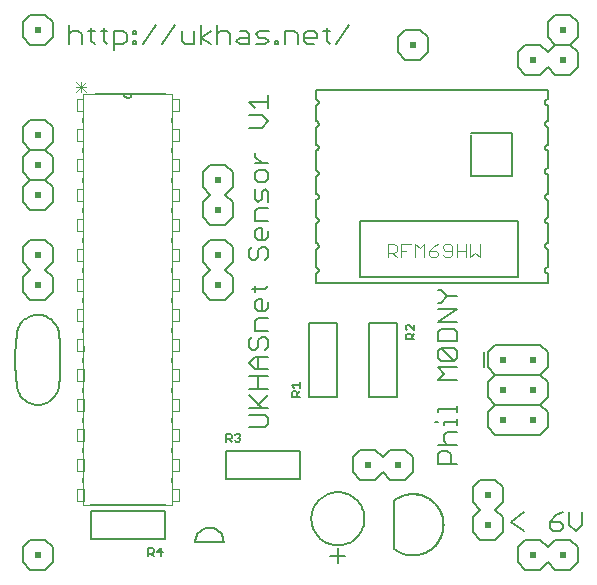
<source format=gto>
G75*
G70*
%OFA0B0*%
%FSLAX24Y24*%
%IPPOS*%
%LPD*%
%AMOC8*
5,1,8,0,0,1.08239X$1,22.5*
%
%ADD10C,0.0060*%
%ADD11C,0.0050*%
%ADD12C,0.0040*%
%ADD13C,0.0080*%
%ADD14R,0.0200X0.0200*%
%ADD15C,0.0030*%
%ADD16C,0.0000*%
D10*
X003420Y003830D02*
X005940Y003830D01*
X006160Y004610D02*
X006160Y004750D01*
X006160Y005610D02*
X006160Y005750D01*
X006160Y006610D02*
X006160Y006750D01*
X006160Y007610D02*
X006160Y007750D01*
X006160Y008610D02*
X006160Y008750D01*
X006160Y009610D02*
X006160Y009750D01*
X006160Y010610D02*
X006160Y010750D01*
X006160Y011610D02*
X006160Y011750D01*
X006160Y012610D02*
X006160Y012750D01*
X006160Y013610D02*
X006160Y013750D01*
X006160Y014610D02*
X006160Y014750D01*
X006160Y015610D02*
X006160Y015750D01*
X006160Y016610D02*
X006160Y016750D01*
X005940Y017530D02*
X004800Y017530D01*
X004560Y017530D01*
X003590Y017530D01*
X003200Y016750D02*
X003200Y016610D01*
X003200Y015750D02*
X003200Y015610D01*
X003200Y014750D02*
X003200Y014610D01*
X003200Y013750D02*
X003200Y013610D01*
X003200Y012750D02*
X003200Y012610D01*
X003200Y011750D02*
X003200Y011610D01*
X003200Y010750D02*
X003200Y010610D01*
X003200Y009750D02*
X003200Y009610D01*
X003200Y008750D02*
X003200Y008610D01*
X003200Y007750D02*
X003200Y007610D01*
X003200Y006750D02*
X003200Y006610D01*
X003200Y005750D02*
X003200Y005610D01*
X003200Y004750D02*
X003200Y004610D01*
X008709Y006430D02*
X009243Y006430D01*
X009350Y006537D01*
X009350Y006751D01*
X009243Y006857D01*
X008709Y006857D01*
X008709Y007075D02*
X009350Y007075D01*
X009136Y007075D02*
X008709Y007502D01*
X008709Y007719D02*
X009350Y007719D01*
X009350Y007502D02*
X009030Y007182D01*
X009030Y007719D02*
X009030Y008146D01*
X009030Y008364D02*
X009030Y008791D01*
X008923Y008791D02*
X009350Y008791D01*
X009243Y009009D02*
X009350Y009115D01*
X009350Y009329D01*
X009243Y009436D01*
X009136Y009436D01*
X009030Y009329D01*
X009030Y009115D01*
X008923Y009009D01*
X008816Y009009D01*
X008709Y009115D01*
X008709Y009329D01*
X008816Y009436D01*
X008923Y009653D02*
X008923Y009973D01*
X009030Y010080D01*
X009350Y010080D01*
X009243Y010298D02*
X009030Y010298D01*
X008923Y010404D01*
X008923Y010618D01*
X009030Y010725D01*
X009136Y010725D01*
X009136Y010298D01*
X009243Y010298D02*
X009350Y010404D01*
X009350Y010618D01*
X009243Y011049D02*
X008816Y011049D01*
X008923Y010942D02*
X008923Y011156D01*
X009243Y011049D02*
X009350Y011156D01*
X009243Y012016D02*
X009350Y012123D01*
X009350Y012337D01*
X009243Y012443D01*
X009136Y012443D01*
X009030Y012337D01*
X009030Y012123D01*
X008923Y012016D01*
X008816Y012016D01*
X008709Y012123D01*
X008709Y012337D01*
X008816Y012443D01*
X009030Y012661D02*
X008923Y012768D01*
X008923Y012981D01*
X009030Y013088D01*
X009136Y013088D01*
X009136Y012661D01*
X009030Y012661D02*
X009243Y012661D01*
X009350Y012768D01*
X009350Y012981D01*
X009350Y013306D02*
X008923Y013306D01*
X008923Y013626D01*
X009030Y013733D01*
X009350Y013733D01*
X009350Y013950D02*
X009350Y014270D01*
X009243Y014377D01*
X009136Y014270D01*
X009136Y014057D01*
X009030Y013950D01*
X008923Y014057D01*
X008923Y014377D01*
X009030Y014595D02*
X008923Y014701D01*
X008923Y014915D01*
X009030Y015022D01*
X009243Y015022D01*
X009350Y014915D01*
X009350Y014701D01*
X009243Y014595D01*
X009030Y014595D01*
X009136Y015239D02*
X008923Y015453D01*
X008923Y015559D01*
X008923Y015239D02*
X009350Y015239D01*
X009136Y016421D02*
X008709Y016421D01*
X008709Y016848D02*
X009136Y016848D01*
X009350Y016634D01*
X009136Y016421D01*
X008923Y017065D02*
X008709Y017279D01*
X009350Y017279D01*
X009350Y017492D02*
X009350Y017065D01*
X009261Y019210D02*
X008941Y019210D01*
X008723Y019210D02*
X008403Y019210D01*
X008296Y019317D01*
X008403Y019424D01*
X008723Y019424D01*
X008723Y019530D02*
X008723Y019210D01*
X008723Y019530D02*
X008616Y019637D01*
X008403Y019637D01*
X008079Y019530D02*
X008079Y019210D01*
X008079Y019530D02*
X007972Y019637D01*
X007758Y019637D01*
X007652Y019530D01*
X007435Y019637D02*
X007114Y019424D01*
X007435Y019210D01*
X007652Y019210D02*
X007652Y019851D01*
X007114Y019851D02*
X007114Y019210D01*
X006897Y019210D02*
X006897Y019637D01*
X006897Y019210D02*
X006577Y019210D01*
X006470Y019317D01*
X006470Y019637D01*
X006252Y019851D02*
X005825Y019210D01*
X005181Y019210D02*
X005608Y019851D01*
X004965Y019637D02*
X004965Y019530D01*
X004858Y019530D01*
X004858Y019637D01*
X004965Y019637D01*
X004965Y019317D02*
X004858Y019317D01*
X004858Y019210D01*
X004965Y019210D01*
X004965Y019317D01*
X004641Y019317D02*
X004534Y019210D01*
X004214Y019210D01*
X004214Y018996D02*
X004214Y019637D01*
X004534Y019637D01*
X004641Y019530D01*
X004641Y019317D01*
X003998Y019210D02*
X003891Y019317D01*
X003891Y019744D01*
X003784Y019637D02*
X003998Y019637D01*
X003568Y019637D02*
X003355Y019637D01*
X003461Y019744D02*
X003461Y019317D01*
X003568Y019210D01*
X003137Y019210D02*
X003137Y019530D01*
X003030Y019637D01*
X002817Y019637D01*
X002710Y019530D01*
X002710Y019210D02*
X002710Y019851D01*
X004560Y017530D02*
X004562Y017509D01*
X004567Y017489D01*
X004576Y017470D01*
X004588Y017453D01*
X004603Y017438D01*
X004620Y017426D01*
X004639Y017417D01*
X004659Y017412D01*
X004680Y017410D01*
X004701Y017412D01*
X004721Y017417D01*
X004740Y017426D01*
X004757Y017438D01*
X004772Y017453D01*
X004784Y017470D01*
X004793Y017489D01*
X004798Y017509D01*
X004800Y017530D01*
X008941Y019530D02*
X009047Y019637D01*
X009368Y019637D01*
X009261Y019424D02*
X009047Y019424D01*
X008941Y019530D01*
X009261Y019424D02*
X009368Y019317D01*
X009261Y019210D01*
X009585Y019210D02*
X009585Y019317D01*
X009692Y019317D01*
X009692Y019210D01*
X009585Y019210D01*
X009907Y019210D02*
X009907Y019637D01*
X010228Y019637D01*
X010335Y019530D01*
X010335Y019210D01*
X010552Y019317D02*
X010552Y019530D01*
X010659Y019637D01*
X010872Y019637D01*
X010979Y019530D01*
X010979Y019424D01*
X010552Y019424D01*
X010552Y019317D02*
X010659Y019210D01*
X010872Y019210D01*
X011303Y019317D02*
X011410Y019210D01*
X011303Y019317D02*
X011303Y019744D01*
X011197Y019637D02*
X011410Y019637D01*
X011626Y019210D02*
X012053Y019851D01*
X015009Y011008D02*
X015116Y011008D01*
X015330Y010795D01*
X015650Y010795D01*
X015330Y010795D02*
X015116Y010581D01*
X015009Y010581D01*
X015009Y010364D02*
X015650Y010364D01*
X015009Y009937D01*
X015650Y009937D01*
X015543Y009719D02*
X015116Y009719D01*
X015009Y009612D01*
X015009Y009292D01*
X015650Y009292D01*
X015650Y009612D01*
X015543Y009719D01*
X015543Y009075D02*
X015116Y009075D01*
X015543Y008648D01*
X015650Y008754D01*
X015650Y008968D01*
X015543Y009075D01*
X015116Y009075D02*
X015009Y008968D01*
X015009Y008754D01*
X015116Y008648D01*
X015543Y008648D01*
X015650Y008430D02*
X015009Y008430D01*
X015223Y008217D01*
X015009Y008003D01*
X015650Y008003D01*
X015650Y007142D02*
X015650Y006929D01*
X015650Y007036D02*
X015009Y007036D01*
X015009Y006929D01*
X015009Y006606D02*
X014903Y006606D01*
X015223Y006606D02*
X015650Y006606D01*
X015650Y006499D02*
X015650Y006713D01*
X015650Y006282D02*
X015330Y006282D01*
X015223Y006175D01*
X015223Y005961D01*
X015330Y005855D01*
X015330Y005637D02*
X015116Y005637D01*
X015009Y005530D01*
X015009Y005210D01*
X015650Y005210D01*
X015436Y005210D02*
X015436Y005530D01*
X015330Y005637D01*
X015650Y005855D02*
X015009Y005855D01*
X015223Y006499D02*
X015223Y006606D01*
X013560Y003990D02*
X013560Y002370D01*
X013560Y003090D02*
X013560Y003250D01*
X013740Y004110D02*
X013798Y004136D01*
X013857Y004157D01*
X013918Y004175D01*
X013979Y004189D01*
X014042Y004199D01*
X014104Y004205D01*
X014168Y004208D01*
X014231Y004207D01*
X014294Y004201D01*
X014356Y004192D01*
X014418Y004179D01*
X014479Y004162D01*
X014539Y004142D01*
X014597Y004118D01*
X014654Y004090D01*
X014709Y004059D01*
X014761Y004024D01*
X014812Y003986D01*
X014860Y003946D01*
X014906Y003902D01*
X014949Y003856D01*
X014989Y003807D01*
X015026Y003755D01*
X015059Y003702D01*
X015090Y003647D01*
X015116Y003589D01*
X015140Y003531D01*
X015159Y003471D01*
X015175Y003409D01*
X015187Y003347D01*
X015195Y003285D01*
X015199Y003222D01*
X015200Y003159D01*
X015196Y003096D01*
X015189Y003033D01*
X015178Y002971D01*
X015162Y002909D01*
X015144Y002849D01*
X015121Y002790D01*
X015095Y002732D01*
X015065Y002677D01*
X015033Y002623D01*
X014996Y002571D01*
X014957Y002522D01*
X014915Y002475D01*
X014870Y002431D01*
X014822Y002389D01*
X014772Y002351D01*
X014719Y002316D01*
X014664Y002284D01*
X014608Y002256D01*
X014550Y002231D01*
X014491Y002210D01*
X014430Y002192D01*
X014368Y002178D01*
X014306Y002168D01*
X014243Y002162D01*
X014180Y002160D01*
X013560Y002370D02*
X013612Y002333D01*
X013665Y002300D01*
X013720Y002269D01*
X013778Y002243D01*
X013836Y002219D01*
X013896Y002200D01*
X013957Y002184D01*
X014019Y002172D01*
X014082Y002164D01*
X014145Y002160D01*
X014208Y002159D01*
X014271Y002163D01*
X014334Y002170D01*
X014396Y002182D01*
X014457Y002197D01*
X014517Y002216D01*
X014576Y002238D01*
X014634Y002264D01*
X014689Y002294D01*
X014743Y002327D01*
X014795Y002363D01*
X014844Y002403D01*
X014891Y002445D01*
X014935Y002490D01*
X014976Y002538D01*
X015014Y002588D01*
X015049Y002641D01*
X015081Y002695D01*
X015109Y002752D01*
X015134Y002810D01*
X015155Y002869D01*
X015172Y002930D01*
X015185Y002992D01*
X015195Y003054D01*
X015201Y003117D01*
X015203Y003180D01*
X015201Y003243D01*
X015195Y003306D01*
X015185Y003368D01*
X015172Y003430D01*
X015155Y003491D01*
X015134Y003550D01*
X015109Y003608D01*
X015081Y003665D01*
X015049Y003719D01*
X015014Y003772D01*
X014976Y003822D01*
X014935Y003870D01*
X014891Y003915D01*
X014844Y003957D01*
X014795Y003997D01*
X014743Y004033D01*
X014689Y004066D01*
X014634Y004096D01*
X014576Y004122D01*
X014517Y004144D01*
X014457Y004163D01*
X014396Y004178D01*
X014334Y004190D01*
X014271Y004197D01*
X014208Y004201D01*
X014145Y004200D01*
X014082Y004196D01*
X014019Y004188D01*
X013957Y004176D01*
X013896Y004160D01*
X013836Y004141D01*
X013778Y004117D01*
X013720Y004091D01*
X013665Y004060D01*
X013612Y004027D01*
X013560Y003990D01*
X013730Y002260D02*
X013784Y002237D01*
X013838Y002217D01*
X013894Y002200D01*
X013950Y002185D01*
X014007Y002174D01*
X014065Y002166D01*
X014122Y002162D01*
X014180Y002160D01*
X011930Y002150D02*
X011430Y002150D01*
X011930Y002150D01*
X011680Y001900D02*
X011680Y002400D01*
X011680Y001900D01*
X011680Y002500D02*
X011622Y002502D01*
X011564Y002508D01*
X011507Y002517D01*
X011451Y002530D01*
X011396Y002547D01*
X011341Y002567D01*
X011289Y002591D01*
X011237Y002619D01*
X011188Y002649D01*
X011141Y002683D01*
X011096Y002720D01*
X011054Y002759D01*
X011015Y002801D01*
X010978Y002846D01*
X010944Y002893D01*
X010914Y002943D01*
X010886Y002994D01*
X010862Y003046D01*
X010842Y003101D01*
X010825Y003156D01*
X010812Y003212D01*
X010803Y003269D01*
X010797Y003327D01*
X010795Y003385D01*
X010797Y003443D01*
X010803Y003501D01*
X010812Y003558D01*
X010825Y003614D01*
X010842Y003669D01*
X010862Y003724D01*
X010886Y003776D01*
X010914Y003828D01*
X010944Y003877D01*
X010978Y003924D01*
X011015Y003969D01*
X011054Y004011D01*
X011096Y004050D01*
X011141Y004087D01*
X011188Y004121D01*
X011238Y004151D01*
X011289Y004179D01*
X011341Y004203D01*
X011396Y004223D01*
X011451Y004240D01*
X011507Y004253D01*
X011564Y004262D01*
X011622Y004268D01*
X011680Y004270D01*
X011738Y004268D01*
X011796Y004262D01*
X011853Y004253D01*
X011909Y004240D01*
X011964Y004223D01*
X012019Y004203D01*
X012071Y004179D01*
X012122Y004151D01*
X012172Y004121D01*
X012219Y004087D01*
X012264Y004050D01*
X012306Y004011D01*
X012345Y003969D01*
X012382Y003924D01*
X012416Y003877D01*
X012446Y003828D01*
X012474Y003776D01*
X012498Y003724D01*
X012518Y003669D01*
X012535Y003614D01*
X012548Y003558D01*
X012557Y003501D01*
X012563Y003443D01*
X012565Y003385D01*
X012563Y003327D01*
X012557Y003269D01*
X012548Y003212D01*
X012535Y003156D01*
X012518Y003101D01*
X012498Y003046D01*
X012474Y002994D01*
X012446Y002943D01*
X012416Y002893D01*
X012382Y002846D01*
X012345Y002801D01*
X012306Y002759D01*
X012264Y002720D01*
X012219Y002683D01*
X012172Y002649D01*
X012123Y002619D01*
X012071Y002591D01*
X012019Y002567D01*
X011964Y002547D01*
X011909Y002530D01*
X011853Y002517D01*
X011796Y002508D01*
X011738Y002502D01*
X011680Y002500D01*
X011622Y002502D01*
X011564Y002508D01*
X011507Y002517D01*
X011451Y002530D01*
X011396Y002547D01*
X011341Y002567D01*
X011289Y002591D01*
X011237Y002619D01*
X011188Y002649D01*
X011141Y002683D01*
X011096Y002720D01*
X011054Y002759D01*
X011015Y002801D01*
X010978Y002846D01*
X010944Y002893D01*
X010914Y002943D01*
X010886Y002994D01*
X010862Y003046D01*
X010842Y003101D01*
X010825Y003156D01*
X010812Y003212D01*
X010803Y003269D01*
X010797Y003327D01*
X010795Y003385D01*
X010797Y003443D01*
X010803Y003501D01*
X010812Y003558D01*
X010825Y003614D01*
X010842Y003669D01*
X010862Y003724D01*
X010886Y003776D01*
X010914Y003828D01*
X010944Y003877D01*
X010978Y003924D01*
X011015Y003969D01*
X011054Y004011D01*
X011096Y004050D01*
X011141Y004087D01*
X011188Y004121D01*
X011238Y004151D01*
X011289Y004179D01*
X011341Y004203D01*
X011396Y004223D01*
X011451Y004240D01*
X011507Y004253D01*
X011564Y004262D01*
X011622Y004268D01*
X011680Y004270D01*
X011738Y004268D01*
X011796Y004262D01*
X011853Y004253D01*
X011909Y004240D01*
X011964Y004223D01*
X012019Y004203D01*
X012071Y004179D01*
X012122Y004151D01*
X012172Y004121D01*
X012219Y004087D01*
X012264Y004050D01*
X012306Y004011D01*
X012345Y003969D01*
X012382Y003924D01*
X012416Y003877D01*
X012446Y003828D01*
X012474Y003776D01*
X012498Y003724D01*
X012518Y003669D01*
X012535Y003614D01*
X012548Y003558D01*
X012557Y003501D01*
X012563Y003443D01*
X012565Y003385D01*
X012563Y003327D01*
X012557Y003269D01*
X012548Y003212D01*
X012535Y003156D01*
X012518Y003101D01*
X012498Y003046D01*
X012474Y002994D01*
X012446Y002943D01*
X012416Y002893D01*
X012382Y002846D01*
X012345Y002801D01*
X012306Y002759D01*
X012264Y002720D01*
X012219Y002683D01*
X012172Y002649D01*
X012123Y002619D01*
X012071Y002591D01*
X012019Y002567D01*
X011964Y002547D01*
X011909Y002530D01*
X011853Y002517D01*
X011796Y002508D01*
X011738Y002502D01*
X011680Y002500D01*
X017460Y003280D02*
X017887Y002960D01*
X017460Y003280D02*
X017887Y003601D01*
X018749Y003280D02*
X018749Y003067D01*
X018856Y002960D01*
X019069Y002960D01*
X019176Y003067D01*
X019176Y003174D01*
X019069Y003280D01*
X018749Y003280D01*
X018963Y003494D01*
X019176Y003601D01*
X019394Y003601D02*
X019394Y003174D01*
X019607Y002960D01*
X019821Y003174D01*
X019821Y003601D01*
X009350Y008146D02*
X008709Y008146D01*
X008923Y008364D02*
X008709Y008578D01*
X008923Y008791D01*
X008923Y008364D02*
X009350Y008364D01*
X009350Y009653D02*
X008923Y009653D01*
D11*
X010405Y007930D02*
X010405Y007750D01*
X010405Y007840D02*
X010135Y007840D01*
X010225Y007750D01*
X010180Y007635D02*
X010270Y007635D01*
X010315Y007590D01*
X010315Y007455D01*
X010405Y007455D02*
X010135Y007455D01*
X010135Y007590D01*
X010180Y007635D01*
X010315Y007545D02*
X010405Y007635D01*
X008430Y006180D02*
X008430Y006135D01*
X008385Y006090D01*
X008430Y006045D01*
X008430Y006000D01*
X008385Y005955D01*
X008295Y005955D01*
X008250Y006000D01*
X008135Y005955D02*
X008045Y006045D01*
X008090Y006045D02*
X007955Y006045D01*
X007955Y005955D02*
X007955Y006225D01*
X008090Y006225D01*
X008135Y006180D01*
X008135Y006090D01*
X008090Y006045D01*
X008250Y006180D02*
X008295Y006225D01*
X008385Y006225D01*
X008430Y006180D01*
X008385Y006090D02*
X008340Y006090D01*
X007868Y002618D02*
X006930Y002618D01*
X006932Y002660D01*
X006938Y002702D01*
X006947Y002743D01*
X006960Y002783D01*
X006976Y002821D01*
X006996Y002859D01*
X007020Y002894D01*
X007046Y002927D01*
X007075Y002957D01*
X007107Y002985D01*
X007141Y003009D01*
X007177Y003031D01*
X007215Y003049D01*
X007254Y003064D01*
X007295Y003075D01*
X007336Y003083D01*
X007378Y003087D01*
X007420Y003087D01*
X007462Y003083D01*
X007503Y003075D01*
X007544Y003064D01*
X007583Y003049D01*
X007621Y003031D01*
X007657Y003009D01*
X007691Y002985D01*
X007723Y002957D01*
X007752Y002927D01*
X007778Y002894D01*
X007802Y002859D01*
X007822Y002821D01*
X007838Y002783D01*
X007851Y002743D01*
X007860Y002702D01*
X007866Y002660D01*
X007868Y002618D01*
X005841Y002270D02*
X005660Y002270D01*
X005795Y002405D01*
X005795Y002135D01*
X005546Y002135D02*
X005456Y002225D01*
X005501Y002225D02*
X005366Y002225D01*
X005366Y002135D02*
X005366Y002405D01*
X005501Y002405D01*
X005546Y002360D01*
X005546Y002270D01*
X005501Y002225D01*
X013955Y009366D02*
X013955Y009501D01*
X014000Y009546D01*
X014090Y009546D01*
X014135Y009501D01*
X014135Y009366D01*
X014135Y009456D02*
X014225Y009546D01*
X014225Y009660D02*
X014045Y009841D01*
X014000Y009841D01*
X013955Y009795D01*
X013955Y009705D01*
X014000Y009660D01*
X014225Y009660D02*
X014225Y009841D01*
X014225Y009366D02*
X013955Y009366D01*
X012430Y011430D02*
X017680Y011430D01*
X017680Y013305D01*
X012430Y013305D01*
X012430Y011430D01*
X010943Y011570D02*
X010943Y011256D01*
X018680Y011256D01*
X018680Y011570D01*
X018662Y011572D01*
X018645Y011577D01*
X018628Y011585D01*
X018614Y011596D01*
X018602Y011609D01*
X018592Y011624D01*
X018586Y011641D01*
X018582Y011659D01*
X018582Y011677D01*
X018586Y011695D01*
X018592Y011712D01*
X018602Y011727D01*
X018614Y011740D01*
X018628Y011751D01*
X018645Y011759D01*
X018662Y011764D01*
X018680Y011766D01*
X018680Y011767D02*
X018680Y012382D01*
X018680Y012383D02*
X018662Y012385D01*
X018645Y012390D01*
X018628Y012398D01*
X018614Y012409D01*
X018602Y012422D01*
X018592Y012437D01*
X018586Y012454D01*
X018582Y012472D01*
X018582Y012490D01*
X018586Y012508D01*
X018592Y012525D01*
X018602Y012540D01*
X018614Y012553D01*
X018628Y012564D01*
X018645Y012572D01*
X018662Y012577D01*
X018680Y012579D01*
X018680Y013232D01*
X018680Y013233D02*
X018662Y013235D01*
X018645Y013240D01*
X018628Y013248D01*
X018614Y013259D01*
X018602Y013272D01*
X018592Y013287D01*
X018586Y013304D01*
X018582Y013322D01*
X018582Y013340D01*
X018586Y013358D01*
X018592Y013375D01*
X018602Y013390D01*
X018614Y013403D01*
X018628Y013414D01*
X018645Y013422D01*
X018662Y013427D01*
X018680Y013429D01*
X018680Y014020D01*
X018662Y014022D01*
X018645Y014027D01*
X018628Y014035D01*
X018614Y014046D01*
X018602Y014059D01*
X018592Y014074D01*
X018586Y014091D01*
X018582Y014109D01*
X018582Y014127D01*
X018586Y014145D01*
X018592Y014162D01*
X018602Y014177D01*
X018614Y014190D01*
X018628Y014201D01*
X018645Y014209D01*
X018662Y014214D01*
X018680Y014216D01*
X018680Y014869D01*
X018680Y014870D02*
X018662Y014872D01*
X018645Y014877D01*
X018628Y014885D01*
X018614Y014896D01*
X018602Y014909D01*
X018592Y014924D01*
X018586Y014941D01*
X018582Y014959D01*
X018582Y014977D01*
X018586Y014995D01*
X018592Y015012D01*
X018602Y015027D01*
X018614Y015040D01*
X018628Y015051D01*
X018645Y015059D01*
X018662Y015064D01*
X018680Y015066D01*
X018680Y015657D01*
X018662Y015659D01*
X018645Y015664D01*
X018628Y015672D01*
X018614Y015683D01*
X018602Y015696D01*
X018592Y015711D01*
X018586Y015728D01*
X018582Y015746D01*
X018582Y015764D01*
X018586Y015782D01*
X018592Y015799D01*
X018602Y015814D01*
X018614Y015827D01*
X018628Y015838D01*
X018645Y015846D01*
X018662Y015851D01*
X018680Y015853D01*
X018680Y015854D02*
X018680Y016444D01*
X018680Y016445D02*
X018662Y016447D01*
X018645Y016452D01*
X018628Y016460D01*
X018614Y016471D01*
X018602Y016484D01*
X018592Y016499D01*
X018586Y016516D01*
X018582Y016534D01*
X018582Y016552D01*
X018586Y016570D01*
X018592Y016587D01*
X018602Y016602D01*
X018614Y016615D01*
X018628Y016626D01*
X018645Y016634D01*
X018662Y016639D01*
X018680Y016641D01*
X018680Y017169D01*
X018680Y017170D02*
X018662Y017172D01*
X018645Y017177D01*
X018628Y017185D01*
X018614Y017196D01*
X018602Y017209D01*
X018592Y017224D01*
X018586Y017241D01*
X018582Y017259D01*
X018582Y017277D01*
X018586Y017295D01*
X018592Y017312D01*
X018602Y017327D01*
X018614Y017340D01*
X018628Y017351D01*
X018645Y017359D01*
X018662Y017364D01*
X018680Y017366D01*
X018680Y017680D01*
X010943Y017680D01*
X010943Y017366D01*
X010961Y017364D01*
X010978Y017359D01*
X010995Y017351D01*
X011009Y017340D01*
X011021Y017327D01*
X011031Y017312D01*
X011037Y017295D01*
X011041Y017277D01*
X011041Y017259D01*
X011037Y017241D01*
X011031Y017224D01*
X011021Y017209D01*
X011009Y017196D01*
X010995Y017185D01*
X010978Y017177D01*
X010961Y017172D01*
X010943Y017170D01*
X010943Y017169D02*
X010943Y016641D01*
X010961Y016639D01*
X010978Y016634D01*
X010995Y016626D01*
X011009Y016615D01*
X011021Y016602D01*
X011031Y016587D01*
X011037Y016570D01*
X011041Y016552D01*
X011041Y016534D01*
X011037Y016516D01*
X011031Y016499D01*
X011021Y016484D01*
X011009Y016471D01*
X010995Y016460D01*
X010978Y016452D01*
X010961Y016447D01*
X010943Y016445D01*
X010943Y016444D02*
X010943Y015854D01*
X010943Y015853D02*
X010961Y015851D01*
X010978Y015846D01*
X010995Y015838D01*
X011009Y015827D01*
X011021Y015814D01*
X011031Y015799D01*
X011037Y015782D01*
X011041Y015764D01*
X011041Y015746D01*
X011037Y015728D01*
X011031Y015711D01*
X011021Y015696D01*
X011009Y015683D01*
X010995Y015672D01*
X010978Y015664D01*
X010961Y015659D01*
X010943Y015657D01*
X010943Y015004D01*
X010943Y015003D02*
X010961Y015001D01*
X010978Y014996D01*
X010995Y014988D01*
X011009Y014977D01*
X011021Y014964D01*
X011031Y014949D01*
X011037Y014932D01*
X011041Y014914D01*
X011041Y014896D01*
X011037Y014878D01*
X011031Y014861D01*
X011021Y014846D01*
X011009Y014833D01*
X010995Y014822D01*
X010978Y014814D01*
X010961Y014809D01*
X010943Y014807D01*
X010943Y014216D01*
X010961Y014214D01*
X010978Y014209D01*
X010995Y014201D01*
X011009Y014190D01*
X011021Y014177D01*
X011031Y014162D01*
X011037Y014145D01*
X011041Y014127D01*
X011041Y014109D01*
X011037Y014091D01*
X011031Y014074D01*
X011021Y014059D01*
X011009Y014046D01*
X010995Y014035D01*
X010978Y014027D01*
X010961Y014022D01*
X010943Y014020D01*
X010943Y013429D01*
X010961Y013427D01*
X010978Y013422D01*
X010995Y013414D01*
X011009Y013403D01*
X011021Y013390D01*
X011031Y013375D01*
X011037Y013358D01*
X011041Y013340D01*
X011041Y013322D01*
X011037Y013304D01*
X011031Y013287D01*
X011021Y013272D01*
X011009Y013259D01*
X010995Y013248D01*
X010978Y013240D01*
X010961Y013235D01*
X010943Y013233D01*
X010943Y013232D02*
X010943Y012579D01*
X010961Y012577D01*
X010978Y012572D01*
X010995Y012564D01*
X011009Y012553D01*
X011021Y012540D01*
X011031Y012525D01*
X011037Y012508D01*
X011041Y012490D01*
X011041Y012472D01*
X011037Y012454D01*
X011031Y012437D01*
X011021Y012422D01*
X011009Y012409D01*
X010995Y012398D01*
X010978Y012390D01*
X010961Y012385D01*
X010943Y012383D01*
X010943Y012382D02*
X010943Y011767D01*
X010943Y011766D02*
X010961Y011764D01*
X010978Y011759D01*
X010995Y011751D01*
X011009Y011740D01*
X011021Y011727D01*
X011031Y011712D01*
X011037Y011695D01*
X011041Y011677D01*
X011041Y011659D01*
X011037Y011641D01*
X011031Y011624D01*
X011021Y011609D01*
X011009Y011596D01*
X010995Y011585D01*
X010978Y011577D01*
X010961Y011572D01*
X010943Y011570D01*
X016118Y014805D02*
X017493Y014805D01*
X017493Y016243D01*
X016118Y016243D01*
X016118Y016180D02*
X016118Y014805D01*
D12*
X016098Y012555D02*
X016098Y012094D01*
X016251Y012248D01*
X016405Y012094D01*
X016405Y012555D01*
X015944Y012555D02*
X015944Y012094D01*
X015944Y012324D02*
X015637Y012324D01*
X015484Y012324D02*
X015254Y012324D01*
X015177Y012401D01*
X015177Y012478D01*
X015254Y012555D01*
X015407Y012555D01*
X015484Y012478D01*
X015484Y012171D01*
X015407Y012094D01*
X015254Y012094D01*
X015177Y012171D01*
X015024Y012171D02*
X015024Y012248D01*
X014947Y012324D01*
X014717Y012324D01*
X014717Y012171D01*
X014793Y012094D01*
X014947Y012094D01*
X015024Y012171D01*
X014870Y012478D02*
X014717Y012324D01*
X014870Y012478D02*
X015024Y012555D01*
X014563Y012555D02*
X014563Y012094D01*
X014256Y012094D02*
X014256Y012555D01*
X014410Y012401D01*
X014563Y012555D01*
X014103Y012555D02*
X013796Y012555D01*
X013796Y012094D01*
X013642Y012094D02*
X013489Y012248D01*
X013566Y012248D02*
X013336Y012248D01*
X013336Y012094D02*
X013336Y012555D01*
X013566Y012555D01*
X013642Y012478D01*
X013642Y012324D01*
X013566Y012248D01*
X013796Y012324D02*
X013949Y012324D01*
X015637Y012094D02*
X015637Y012555D01*
D13*
X001930Y001680D02*
X001430Y001680D01*
X001180Y001930D01*
X001180Y002430D01*
X001430Y002680D01*
X001930Y002680D01*
X002180Y002430D01*
X002180Y001930D01*
X001930Y001680D01*
X003440Y002708D02*
X003440Y003652D01*
X005920Y003652D01*
X005920Y002708D01*
X003440Y002708D01*
X007940Y004708D02*
X010420Y004708D01*
X010420Y005652D01*
X007940Y005652D01*
X007940Y004708D01*
X010708Y007440D02*
X010708Y009920D01*
X011652Y009920D01*
X011652Y007440D01*
X010708Y007440D01*
X000980Y007780D02*
X000948Y008139D01*
X000932Y008500D01*
X000932Y008860D01*
X000948Y009221D01*
X000980Y009580D01*
X000990Y009632D01*
X001004Y009683D01*
X001022Y009733D01*
X001043Y009781D01*
X001068Y009828D01*
X001096Y009872D01*
X001128Y009915D01*
X001162Y009955D01*
X001200Y009992D01*
X001240Y010026D01*
X001282Y010058D01*
X001327Y010086D01*
X001374Y010110D01*
X001422Y010131D01*
X001472Y010149D01*
X001523Y010162D01*
X001575Y010172D01*
X001627Y010178D01*
X001680Y010180D01*
X001733Y010178D01*
X001785Y010172D01*
X001837Y010162D01*
X001888Y010149D01*
X001938Y010131D01*
X001986Y010110D01*
X002033Y010086D01*
X002078Y010058D01*
X002120Y010026D01*
X002160Y009992D01*
X002198Y009955D01*
X002232Y009915D01*
X002264Y009872D01*
X002292Y009828D01*
X002317Y009781D01*
X002338Y009733D01*
X002356Y009683D01*
X002370Y009632D01*
X002380Y009580D01*
X001930Y010680D02*
X001430Y010680D01*
X001180Y010930D01*
X001180Y011430D01*
X001430Y011680D01*
X001180Y011930D01*
X001180Y012430D01*
X001430Y012680D01*
X001930Y012680D01*
X002180Y012430D01*
X002180Y011930D01*
X001930Y011680D01*
X002180Y011430D01*
X002180Y010930D01*
X001930Y010680D01*
X002380Y009580D02*
X002412Y009221D01*
X002428Y008860D01*
X002428Y008500D01*
X002412Y008139D01*
X002380Y007780D01*
X002370Y007728D01*
X002356Y007677D01*
X002338Y007627D01*
X002317Y007579D01*
X002292Y007532D01*
X002264Y007488D01*
X002232Y007445D01*
X002198Y007405D01*
X002160Y007368D01*
X002120Y007334D01*
X002078Y007302D01*
X002033Y007274D01*
X001986Y007250D01*
X001938Y007229D01*
X001888Y007211D01*
X001837Y007198D01*
X001785Y007188D01*
X001733Y007182D01*
X001680Y007180D01*
X001627Y007182D01*
X001575Y007188D01*
X001523Y007198D01*
X001472Y007211D01*
X001422Y007229D01*
X001374Y007250D01*
X001327Y007274D01*
X001282Y007302D01*
X001240Y007334D01*
X001200Y007368D01*
X001162Y007405D01*
X001128Y007445D01*
X001096Y007488D01*
X001068Y007532D01*
X001043Y007579D01*
X001022Y007627D01*
X001004Y007677D01*
X000990Y007728D01*
X000980Y007780D01*
X001430Y013680D02*
X001930Y013680D01*
X002180Y013930D01*
X002180Y014430D01*
X001930Y014680D01*
X002180Y014930D01*
X002180Y015430D01*
X001930Y015680D01*
X002180Y015930D01*
X002180Y016430D01*
X001930Y016680D01*
X001430Y016680D01*
X001180Y016430D01*
X001180Y015930D01*
X001430Y015680D01*
X001930Y015680D01*
X001430Y015680D01*
X001180Y015430D01*
X001180Y014930D01*
X001430Y014680D01*
X001930Y014680D01*
X001430Y014680D01*
X001180Y014430D01*
X001180Y013930D01*
X001430Y013680D01*
X001430Y019180D02*
X001930Y019180D01*
X002180Y019430D01*
X002180Y019930D01*
X001930Y020180D01*
X001430Y020180D01*
X001180Y019930D01*
X001180Y019430D01*
X001430Y019180D01*
X007180Y014930D02*
X007180Y014430D01*
X007430Y014180D01*
X007180Y013930D01*
X007180Y013430D01*
X007430Y013180D01*
X007930Y013180D01*
X008180Y013430D01*
X008180Y013930D01*
X007930Y014180D01*
X008180Y014430D01*
X008180Y014930D01*
X007930Y015180D01*
X007430Y015180D01*
X007180Y014930D01*
X007430Y012680D02*
X007180Y012430D01*
X007180Y011930D01*
X007430Y011680D01*
X007180Y011430D01*
X007180Y010930D01*
X007430Y010680D01*
X007930Y010680D01*
X008180Y010930D01*
X008180Y011430D01*
X007930Y011680D01*
X008180Y011930D01*
X008180Y012430D01*
X007930Y012680D01*
X007430Y012680D01*
X012708Y009920D02*
X012708Y007440D01*
X013652Y007440D01*
X013652Y009920D01*
X012708Y009920D01*
X016548Y008930D02*
X016548Y008430D01*
X016680Y008430D02*
X016680Y008930D01*
X016930Y009180D01*
X018430Y009180D01*
X018680Y008930D01*
X018680Y008430D01*
X018430Y008180D01*
X016930Y008180D01*
X016680Y007930D01*
X016680Y007430D01*
X016930Y007180D01*
X018430Y007180D01*
X018680Y006930D01*
X018680Y006430D01*
X018430Y006180D01*
X016930Y006180D01*
X016680Y006430D01*
X016680Y006930D01*
X016930Y007180D01*
X016930Y008180D02*
X016680Y008430D01*
X018430Y008180D02*
X018680Y007930D01*
X018680Y007430D01*
X018430Y007180D01*
X016930Y004680D02*
X016430Y004680D01*
X016180Y004430D01*
X016180Y003930D01*
X016430Y003680D01*
X016180Y003430D01*
X016180Y002930D01*
X016430Y002680D01*
X016930Y002680D01*
X017180Y002930D01*
X017180Y003430D01*
X016930Y003680D01*
X017180Y003930D01*
X017180Y004430D01*
X016930Y004680D01*
X017930Y002680D02*
X018430Y002680D01*
X018680Y002430D01*
X018930Y002680D01*
X019430Y002680D01*
X019680Y002430D01*
X019680Y001930D01*
X019430Y001680D01*
X018930Y001680D01*
X018680Y001930D01*
X018430Y001680D01*
X017930Y001680D01*
X017680Y001930D01*
X017680Y002430D01*
X017930Y002680D01*
X014180Y004930D02*
X013930Y004680D01*
X013430Y004680D01*
X013180Y004930D01*
X012930Y004680D01*
X012430Y004680D01*
X012180Y004930D01*
X012180Y005430D01*
X012430Y005680D01*
X012930Y005680D01*
X013180Y005430D01*
X013430Y005680D01*
X013930Y005680D01*
X014180Y005430D01*
X014180Y004930D01*
X017930Y018180D02*
X017680Y018430D01*
X017680Y018930D01*
X017930Y019180D01*
X018430Y019180D01*
X018680Y018930D01*
X018930Y019180D01*
X019430Y019180D01*
X019680Y018930D01*
X019680Y018430D01*
X019430Y018180D01*
X018930Y018180D01*
X018680Y018430D01*
X018430Y018180D01*
X017930Y018180D01*
X018930Y019180D02*
X018680Y019430D01*
X018680Y019930D01*
X018930Y020180D01*
X019430Y020180D01*
X019680Y019930D01*
X019680Y019430D01*
X019430Y019180D01*
X018930Y019180D01*
X014680Y018930D02*
X014680Y019430D01*
X014430Y019680D01*
X013930Y019680D01*
X013680Y019430D01*
X013680Y018930D01*
X013930Y018680D01*
X014430Y018680D01*
X014680Y018930D01*
D14*
X014180Y019180D03*
X018180Y018680D03*
X019180Y018680D03*
X019180Y019680D03*
X018180Y008680D03*
X018180Y007680D03*
X018180Y006680D03*
X017180Y006680D03*
X017180Y007680D03*
X017180Y008680D03*
X013680Y005180D03*
X012680Y005180D03*
X016680Y004180D03*
X016680Y003180D03*
X018180Y002180D03*
X019180Y002180D03*
X007680Y011180D03*
X007680Y012180D03*
X007680Y013680D03*
X007680Y014680D03*
X001680Y014180D03*
X001680Y015180D03*
X001680Y016180D03*
X001680Y019680D03*
X001680Y012180D03*
X001680Y011180D03*
X001680Y002180D03*
D15*
X002965Y017613D02*
X003279Y017927D01*
X002965Y017613D01*
X003122Y017613D02*
X003122Y017927D01*
X003122Y017613D01*
X003279Y017613D02*
X002965Y017927D01*
X003279Y017613D01*
X003279Y017770D02*
X002965Y017770D01*
X003279Y017770D01*
D16*
X003200Y017530D02*
X003200Y003830D01*
X006160Y003830D01*
X006160Y017530D01*
X004800Y017530D01*
X004560Y017530D01*
X003200Y017530D01*
X003200Y017380D02*
X002980Y017380D01*
X002980Y016980D01*
X003200Y016980D01*
X003200Y017380D01*
X003200Y016380D02*
X002980Y016380D01*
X002980Y015980D01*
X003200Y015980D01*
X003200Y016380D01*
X003200Y015380D02*
X002980Y015380D01*
X002980Y014980D01*
X003200Y014980D01*
X003200Y015380D01*
X003200Y014380D02*
X002980Y014380D01*
X002980Y013980D01*
X003200Y013980D01*
X003200Y014380D01*
X003200Y013380D02*
X002980Y013380D01*
X002980Y012980D01*
X003200Y012980D01*
X003200Y013380D01*
X003200Y012380D02*
X002980Y012380D01*
X002980Y011980D01*
X003200Y011980D01*
X003200Y012380D01*
X003200Y011380D02*
X002980Y011380D01*
X002980Y010980D01*
X003200Y010980D01*
X003200Y011380D01*
X003200Y010380D02*
X002980Y010380D01*
X002980Y009980D01*
X003200Y009980D01*
X003200Y010380D01*
X003200Y009380D02*
X002980Y009380D01*
X002990Y008980D01*
X003210Y008980D01*
X003200Y009380D01*
X003210Y008380D02*
X002990Y008380D01*
X002990Y007980D01*
X003210Y007980D01*
X003210Y008380D01*
X003210Y007380D02*
X002990Y007380D01*
X002990Y006980D01*
X003210Y006980D01*
X003210Y007380D01*
X003210Y006380D02*
X002990Y006380D01*
X002990Y005980D01*
X003210Y005980D01*
X003210Y006380D01*
X003210Y005380D02*
X002990Y005380D01*
X002990Y004980D01*
X003210Y004980D01*
X003210Y005380D01*
X003210Y004380D02*
X002990Y004370D01*
X002990Y003980D01*
X003210Y003980D01*
X003210Y004380D01*
X006150Y004380D02*
X006160Y003980D01*
X006380Y003980D01*
X006370Y004380D01*
X006150Y004380D01*
X006160Y004980D02*
X006380Y004980D01*
X006370Y005380D01*
X006150Y005380D01*
X006160Y004980D01*
X006150Y005980D02*
X006370Y005980D01*
X006370Y006380D01*
X006150Y006380D01*
X006150Y005980D01*
X006150Y006980D02*
X006370Y006980D01*
X006370Y007380D01*
X006150Y007380D01*
X006150Y006980D01*
X006150Y007980D02*
X006370Y007980D01*
X006370Y008380D01*
X006150Y008380D01*
X006150Y007980D01*
X006150Y008980D02*
X006370Y008980D01*
X006370Y009380D01*
X006150Y009380D01*
X006150Y008980D01*
X006150Y009980D02*
X006370Y009980D01*
X006370Y010380D01*
X006150Y010380D01*
X006150Y009980D01*
X006150Y010980D02*
X006370Y010980D01*
X006370Y011380D01*
X006150Y011380D01*
X006150Y010980D01*
X006150Y011980D02*
X006370Y011980D01*
X006370Y012380D01*
X006150Y012380D01*
X006150Y011980D01*
X006150Y012980D02*
X006370Y012980D01*
X006370Y013380D01*
X006150Y013380D01*
X006150Y012980D01*
X006150Y013980D02*
X006370Y013980D01*
X006370Y014380D01*
X006150Y014380D01*
X006150Y013980D01*
X006150Y014980D02*
X006370Y014980D01*
X006370Y015380D01*
X006150Y015380D01*
X006150Y014980D01*
X006150Y015980D02*
X006370Y015980D01*
X006370Y016380D01*
X006150Y016380D01*
X006150Y015980D01*
X006150Y016980D02*
X006370Y016980D01*
X006370Y017380D01*
X006150Y017380D01*
X006150Y016980D01*
X004800Y017530D02*
X004798Y017509D01*
X004793Y017489D01*
X004784Y017470D01*
X004772Y017453D01*
X004757Y017438D01*
X004740Y017426D01*
X004721Y017417D01*
X004701Y017412D01*
X004680Y017410D01*
X004659Y017412D01*
X004639Y017417D01*
X004620Y017426D01*
X004603Y017438D01*
X004588Y017453D01*
X004576Y017470D01*
X004567Y017489D01*
X004562Y017509D01*
X004560Y017530D01*
M02*

</source>
